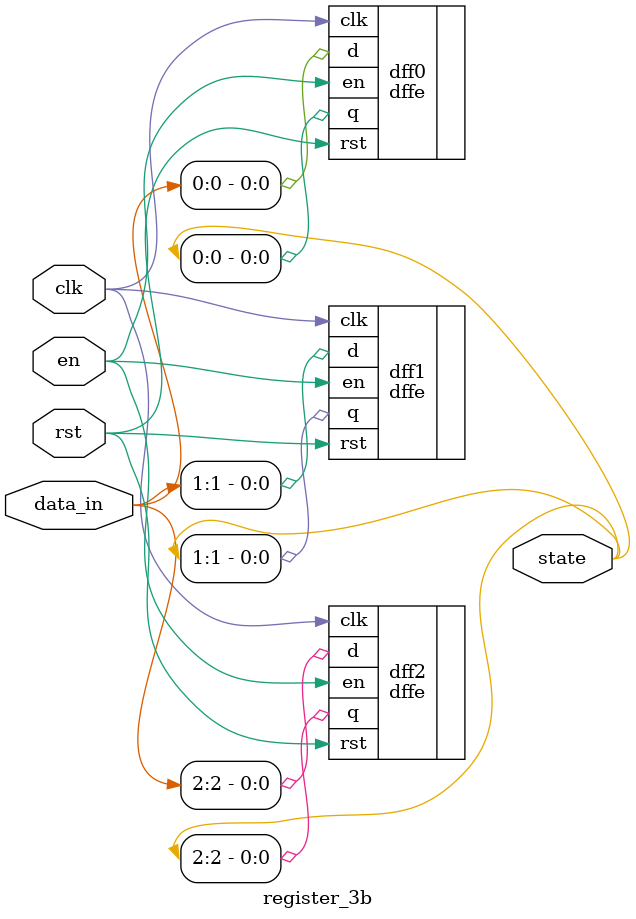
<source format=v>
module register_3b(en, clk, rst, state, data_in);
input clk, rst, en;
input [2:0] data_in;
output [2:0] state;

dffe dff0(.en(en), .clk(clk), .rst(rst), .d(data_in[0]), .q(state[0]));
dffe dff1(.en(en), .clk(clk), .rst(rst), .d(data_in[1]), .q(state[1]));
dffe dff2(.en(en), .clk(clk), .rst(rst), .d(data_in[2]), .q(state[2]));

endmodule

</source>
